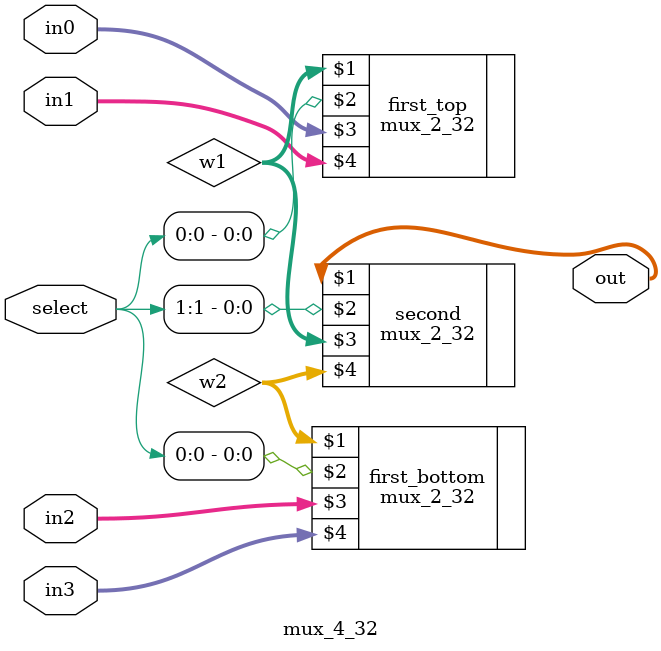
<source format=v>
module mux_4_32(out, select, in0, in1, in2, in3);
	input [1:0] select;
	input [31:0] in0, in1, in2, in3;
	output [31:0] out;
	wire [31:0] w1, w2;
	mux_2_32 first_top(w1, select[0], in0, in1);
	mux_2_32 first_bottom(w2, select[0], in2, in3);
	mux_2_32 second(out, select[1], w1, w2);
endmodule

</source>
